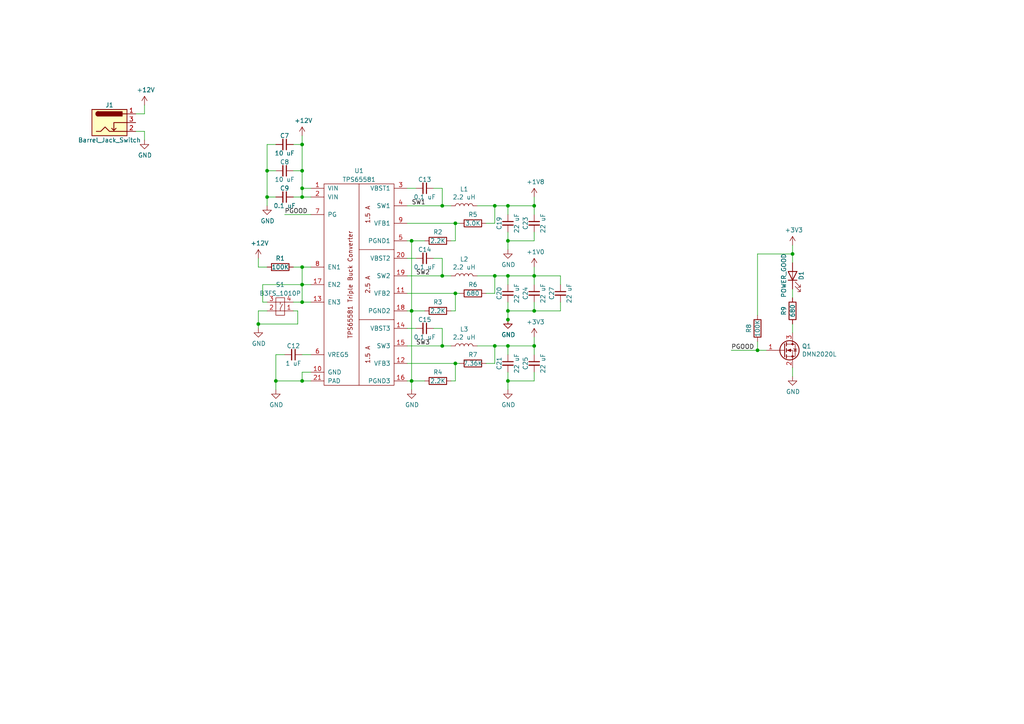
<source format=kicad_sch>
(kicad_sch (version 20230121) (generator eeschema)
  (paper "A4")
  (lib_symbols
    (symbol "Connector:Barrel_Jack_Switch" (pin_names hide)
      (property "Reference" "J" (at 0 5.334 0))
      (property "Value" "Barrel_Jack_Switch" (at 0 -5.08 0))
      (symbol "Barrel_Jack_Switch_0_1"
        (rectangle (start -5.08 3.81) (end 5.08 -3.81) (stroke (width 0.254)) (fill (type background)))
        (arc (start -3.302 3.175) (mid -3.9343 2.54) (end -3.302 1.905) (stroke (width 0.254)))
        (arc (start -3.302 3.175) (mid -3.9343 2.54) (end -3.302 1.905) (stroke (width 0.254)) (fill (type outline)))
        (polyline (pts (xy 1.27 -2.286) (xy 1.905 -1.651)) (stroke (width 0.254)))
        (polyline (pts (xy 5.08 2.54) (xy 3.81 2.54)) (stroke (width 0.254)))
        (polyline (pts (xy 5.08 0) (xy 1.27 0) (xy 1.27 -2.286) (xy 0.635 -1.651)) (stroke (width 0.254)))
        (polyline (pts (xy -3.81 -2.54) (xy -2.54 -2.54) (xy -1.27 -1.27) (xy 0 -2.54) (xy 2.54 -2.54) (xy 5.08 -2.54)) (stroke (width 0.254)))
        (rectangle (start 3.683 3.175) (end -3.302 1.905) (stroke (width 0.254)) (fill (type outline)))
      )
      (symbol "Barrel_Jack_Switch_1_1"
        (pin passive line (at 7.62 2.54 180) (length 2.54) (name "~") (number "1"))
        (pin passive line (at 7.62 -2.54 180) (length 2.54) (name "~") (number "2"))
        (pin passive line (at 7.62 0 180) (length 2.54) (name "~") (number "3"))
      )
    )
    (symbol "Device:C_Small" (pin_numbers hide) (pin_names (offset 0.254) hide)
      (property "Reference" "C" (at 0.254 1.778 0))
      (property "Value" "C_Small" (at 0.254 -2.032 0))
      (symbol "C_Small_0_1"
        (polyline (pts (xy -1.524 -0.508) (xy 1.524 -0.508)) (stroke (width 0.3302)))
        (polyline (pts (xy -1.524 0.508) (xy 1.524 0.508)) (stroke (width 0.3048)))
      )
      (symbol "C_Small_1_1"
        (pin passive line (at 0 2.54 270) (length 2.032) (name "~") (number "1"))
        (pin passive line (at 0 -2.54 90) (length 2.032) (name "~") (number "2"))
      )
    )
    (symbol "Device:L" (pin_numbers hide) (pin_names (offset 1.016) hide)
      (property "Reference" "L" (at -1.27 0 90))
      (property "Value" "L" (at 1.905 0 90))
      (symbol "L_0_1"
        (arc (start 0 -2.54) (mid 0.6323 -1.905) (end 0 -1.27))
        (arc (start 0 -1.27) (mid 0.6323 -0.635) (end 0 0))
        (arc (start 0 0) (mid 0.6323 0.635) (end 0 1.27))
        (arc (start 0 1.27) (mid 0.6323 1.905) (end 0 2.54))
      )
      (symbol "L_1_1"
        (pin passive line (at 0 3.81 270) (length 1.27) (name "1") (number "1"))
        (pin passive line (at 0 -3.81 90) (length 1.27) (name "2") (number "2"))
      )
    )
    (symbol "Device:LED" (pin_numbers hide) (pin_names (offset 1.016) hide)
      (property "Reference" "D" (at 0 2.54 0))
      (property "Value" "LED" (at 0 -2.54 0))
      (symbol "LED_0_1"
        (polyline (pts (xy -1.27 -1.27) (xy -1.27 1.27)) (stroke (width 0.254)))
        (polyline (pts (xy -1.27 0) (xy 1.27 0)))
        (polyline (pts (xy 1.27 -1.27) (xy 1.27 1.27) (xy -1.27 0) (xy 1.27 -1.27)) (stroke (width 0.254)))
        (polyline (pts (xy -3.048 -0.762) (xy -4.572 -2.286) (xy -3.81 -2.286) (xy -4.572 -2.286) (xy -4.572 -1.524)))
        (polyline (pts (xy -1.778 -0.762) (xy -3.302 -2.286) (xy -2.54 -2.286) (xy -3.302 -2.286) (xy -3.302 -1.524)))
      )
      (symbol "LED_1_1"
        (pin passive line (at -3.81 0 0) (length 2.54) (name "K") (number "1"))
        (pin passive line (at 3.81 0 180) (length 2.54) (name "A") (number "2"))
      )
    )
    (symbol "Device:Q_NMOS_GSD" (pin_names (offset 0) hide)
      (property "Reference" "Q" (at 5.08 1.27 0))
      (property "Value" "Q_NMOS_GSD" (at 5.08 -1.27 0))
      (symbol "Q_NMOS_GSD_0_1"
        (polyline (pts (xy 0.254 0) (xy -2.54 0)))
        (polyline (pts (xy 0.254 1.905) (xy 0.254 -1.905)) (stroke (width 0.254)))
        (polyline (pts (xy 0.762 -1.27) (xy 0.762 -2.286)) (stroke (width 0.254)))
        (polyline (pts (xy 0.762 0.508) (xy 0.762 -0.508)) (stroke (width 0.254)))
        (polyline (pts (xy 0.762 2.286) (xy 0.762 1.27)) (stroke (width 0.254)))
        (polyline (pts (xy 2.54 2.54) (xy 2.54 1.778)))
        (polyline (pts (xy 2.54 -2.54) (xy 2.54 0) (xy 0.762 0)))
        (polyline (pts (xy 0.762 -1.778) (xy 3.302 -1.778) (xy 3.302 1.778) (xy 0.762 1.778)))
        (polyline (pts (xy 1.016 0) (xy 2.032 0.381) (xy 2.032 -0.381) (xy 1.016 0)) (fill (type outline)))
        (polyline (pts (xy 2.794 0.508) (xy 2.921 0.381) (xy 3.683 0.381) (xy 3.81 0.254)))
        (polyline (pts (xy 3.302 0.381) (xy 2.921 -0.254) (xy 3.683 -0.254) (xy 3.302 0.381)))
        (circle (center 1.651 0) (radius 2.794) (stroke (width 0.254)))
        (circle (center 2.54 -1.778) (radius 0.254) (fill (type outline)))
        (circle (center 2.54 1.778) (radius 0.254) (fill (type outline)))
      )
      (symbol "Q_NMOS_GSD_1_1"
        (pin input line (at -5.08 0 0) (length 2.54) (name "G") (number "1"))
        (pin passive line (at 2.54 -5.08 90) (length 2.54) (name "S") (number "2"))
        (pin passive line (at 2.54 5.08 270) (length 2.54) (name "D") (number "3"))
      )
    )
    (symbol "Device:R" (pin_numbers hide) (pin_names (offset 0))
      (property "Reference" "R" (at 2.032 0 90))
      (property "Value" "R" (at 0 0 90))
      (symbol "R_0_1"
        (rectangle (start -1.016 -2.54) (end 1.016 2.54) (stroke (width 0.254)))
      )
      (symbol "R_1_1"
        (pin passive line (at 0 3.81 270) (length 1.27) (name "~") (number "1"))
        (pin passive line (at 0 -3.81 90) (length 1.27) (name "~") (number "2"))
      )
    )
    (symbol "Prof:B3FS_1010P" (pin_names (offset 1.016) hide)
      (property "Reference" "S" (at 0 3.81 0))
      (property "Value" "B3FS_1010P" (at 0 -3.81 0))
      (symbol "B3FS_1010P_0_1"
        (rectangle (start -1.27 2.54) (end 1.27 -2.54))
        (polyline (pts (xy -1.27 -1.27) (xy 1.27 -1.27)))
        (polyline (pts (xy -1.27 1.27) (xy 1.27 1.27)))
        (polyline (pts (xy 0 1.27) (xy 0 0.635)))
        (polyline (pts (xy 0 -1.27) (xy 0 -0.635) (xy 0.635 0.635)))
      )
      (symbol "B3FS_1010P_1_1"
        (pin input line (at 3.81 -1.27 180) (length 2.54) (name "1") (number "1"))
        (pin input line (at -3.81 -1.27 0) (length 2.54) (name "2") (number "2"))
        (pin input line (at -3.81 1.27 0) (length 2.54) (name "3") (number "3"))
        (pin input line (at 3.81 1.27 180) (length 2.54) (name "4") (number "4"))
      )
    )
    (symbol "Prof:TPS65581" (pin_names (offset 1.016))
      (property "Reference" "U" (at 0 30.48 0))
      (property "Value" "TPS65581" (at 0 -30.48 0))
      (symbol "TPS65581_0_0"
        (polyline (pts (xy 10.16 -10.16) (xy 0 -10.16)))
        (polyline (pts (xy 10.16 10.16) (xy 0 10.16)))
        (text "1.5 A" (at 2.54 -20.32 900) (effects (font (size 1.27 1.27))))
        (text "1.5 A" (at 2.54 20.32 900) (effects (font (size 1.27 1.27))))
        (text "2.5 A" (at 2.54 0 900) (effects (font (size 1.27 1.27))))
        (text "TPS65581 Triple Buck Converter" (at -2.54 0 900) (effects (font (size 1.27 1.27))))
      )
      (symbol "TPS65581_0_1"
        (rectangle (start -10.16 29.21) (end 10.16 -29.21))
        (polyline (pts (xy 0 29.21) (xy 0 -29.21)))
      )
      (symbol "TPS65581_1_1"
        (pin power_in line (at -13.97 27.94 0) (length 3.81) (name "VIN") (number "1"))
        (pin power_in line (at -13.97 -25.4 0) (length 3.81) (name "GND") (number "10"))
        (pin power_out line (at 13.97 -2.54 180) (length 3.81) (name "VFB2") (number "11"))
        (pin power_out line (at 13.97 -22.86 180) (length 3.81) (name "VFB3") (number "12"))
        (pin input line (at -13.97 -5.08 0) (length 3.81) (name "EN3") (number "13"))
        (pin power_out line (at 13.97 -12.7 180) (length 3.81) (name "VBST3") (number "14"))
        (pin power_out line (at 13.97 -17.78 180) (length 3.81) (name "SW3") (number "15"))
        (pin power_in line (at 13.97 -27.94 180) (length 3.81) (name "PGND3") (number "16"))
        (pin input line (at -13.97 0 0) (length 3.81) (name "EN2") (number "17"))
        (pin power_in line (at 13.97 -7.62 180) (length 3.81) (name "PGND2") (number "18"))
        (pin power_out line (at 13.97 2.54 180) (length 3.81) (name "SW2") (number "19"))
        (pin power_in line (at -13.97 25.4 0) (length 3.81) (name "VIN") (number "2"))
        (pin power_out line (at 13.97 7.62 180) (length 3.81) (name "VBST2") (number "20"))
        (pin power_in line (at -13.97 -27.94 0) (length 3.81) (name "PAD") (number "21"))
        (pin power_out line (at 13.97 27.94 180) (length 3.81) (name "VBST1") (number "3"))
        (pin power_out line (at 13.97 22.86 180) (length 3.81) (name "SW1") (number "4"))
        (pin power_in line (at 13.97 12.7 180) (length 3.81) (name "PGND1") (number "5"))
        (pin power_out line (at -13.97 -20.32 0) (length 3.81) (name "VREG5") (number "6"))
        (pin open_collector line (at -13.97 20.32 0) (length 3.81) (name "PG") (number "7"))
        (pin input line (at -13.97 5.08 0) (length 3.81) (name "EN1") (number "8"))
        (pin power_out line (at 13.97 17.78 180) (length 3.81) (name "VFB1") (number "9"))
      )
    )
    (symbol "power:+12V" (power) (pin_names (offset 0))
      (property "Value" "+12V" (at 0 3.556 0))
      (symbol "+12V_0_1"
        (polyline (pts (xy -0.762 1.27) (xy 0 2.54)))
        (polyline (pts (xy 0 0) (xy 0 2.54)))
        (polyline (pts (xy 0 2.54) (xy 0.762 1.27)))
      )
      (symbol "+12V_1_1"
        (pin power_in line (at 0 0 90) (length 0) hide (name "+12V") (number "1"))
      )
    )
    (symbol "power:+1V0" (power) (pin_names (offset 0))
      (property "Value" "+1V0" (at 0 3.556 0))
      (symbol "+1V0_0_1"
        (polyline (pts (xy -0.762 1.27) (xy 0 2.54)))
        (polyline (pts (xy 0 0) (xy 0 2.54)))
        (polyline (pts (xy 0 2.54) (xy 0.762 1.27)))
      )
      (symbol "+1V0_1_1"
        (pin power_in line (at 0 0 90) (length 0) hide (name "+1V0") (number "1"))
      )
    )
    (symbol "power:+1V8" (power) (pin_names (offset 0))
      (property "Value" "+1V8" (at 0 3.556 0))
      (symbol "+1V8_0_1"
        (polyline (pts (xy -0.762 1.27) (xy 0 2.54)))
        (polyline (pts (xy 0 0) (xy 0 2.54)))
        (polyline (pts (xy 0 2.54) (xy 0.762 1.27)))
      )
      (symbol "+1V8_1_1"
        (pin power_in line (at 0 0 90) (length 0) hide (name "+1V8") (number "1"))
      )
    )
    (symbol "power:+3V3" (power) (pin_names (offset 0))
      (property "Value" "+3V3" (at 0 3.556 0))
      (symbol "+3V3_0_1"
        (polyline (pts (xy -0.762 1.27) (xy 0 2.54)))
        (polyline (pts (xy 0 0) (xy 0 2.54)))
        (polyline (pts (xy 0 2.54) (xy 0.762 1.27)))
      )
      (symbol "+3V3_1_1"
        (pin power_in line (at 0 0 90) (length 0) hide (name "+3V3") (number "1"))
      )
    )
    (symbol "power:GND" (power) (pin_names (offset 0))
      (property "Value" "GND" (at 0 -3.81 0))
      (symbol "GND_0_1"
        (polyline (pts (xy 0 0) (xy 0 -1.27) (xy 1.27 -1.27) (xy 0 -2.54) (xy -1.27 -1.27) (xy 0 -1.27)))
      )
      (symbol "GND_1_1"
        (pin power_in line (at 0 0 270) (length 0) hide (name "GND") (number "1"))
      )
    )
  )
  (junction (at 128.27 80.01))
  (junction (at 87.63 41.91))
  (junction (at 80.01 110.49))
  (junction (at 143.51 80.01))
  (junction (at 77.47 57.15))
  (junction (at 147.32 59.69))
  (junction (at 119.38 69.85))
  (junction (at 119.38 90.17))
  (junction (at 128.27 100.33))
  (junction (at 143.51 100.33))
  (junction (at 87.63 87.63))
  (junction (at 147.32 92.71))
  (junction (at 87.63 82.55))
  (junction (at 229.87 73.66))
  (junction (at 119.38 110.49))
  (junction (at 147.32 69.85))
  (junction (at 154.94 90.17))
  (junction (at 77.47 49.53))
  (junction (at 147.32 100.33))
  (junction (at 143.51 59.69))
  (junction (at 219.71 101.6))
  (junction (at 128.27 59.69))
  (junction (at 132.08 64.77))
  (junction (at 87.63 57.15))
  (junction (at 74.93 93.98))
  (junction (at 147.32 90.17))
  (junction (at 87.63 54.61))
  (junction (at 132.08 105.41))
  (junction (at 132.08 85.09))
  (junction (at 147.32 80.01))
  (junction (at 154.94 100.33))
  (junction (at 147.32 110.49))
  (junction (at 87.63 49.53))
  (junction (at 154.94 59.69))
  (junction (at 154.94 80.01))
  (junction (at 87.63 110.49))
  (junction (at 87.63 77.47))
  (wire (pts (xy 130.81 69.85) (xy 132.08 69.85)))
  (wire (pts (xy 87.63 57.15) (xy 87.63 54.61)))
  (wire (pts (xy 87.63 54.61) (xy 87.63 49.53)))
  (wire (pts (xy 87.63 82.55) (xy 87.63 77.47)))
  (wire (pts (xy 143.51 100.33) (xy 138.43 100.33)))
  (wire (pts (xy 86.36 93.98) (xy 74.93 93.98)))
  (wire (pts (xy 147.32 87.63) (xy 147.32 90.17)))
  (wire (pts (xy 147.32 59.69) (xy 143.51 59.69)))
  (wire (pts (xy 74.93 90.17) (xy 74.93 93.98)))
  (wire (pts (xy 125.73 74.93) (xy 128.27 74.93)))
  (wire (pts (xy 143.51 105.41) (xy 143.51 100.33)))
  (wire (pts (xy 212.09 101.6) (xy 219.71 101.6)))
  (wire (pts (xy 119.38 69.85) (xy 123.19 69.85)))
  (wire (pts (xy 80.01 57.15) (xy 77.47 57.15)))
  (wire (pts (xy 80.01 102.87) (xy 80.01 110.49)))
  (wire (pts (xy 143.51 80.01) (xy 138.43 80.01)))
  (wire (pts (xy 154.94 110.49) (xy 147.32 110.49)))
  (wire (pts (xy 229.87 73.66) (xy 219.71 73.66)))
  (wire (pts (xy 154.94 57.15) (xy 154.94 59.69)))
  (wire (pts (xy 132.08 105.41) (xy 118.11 105.41)))
  (wire (pts (xy 90.17 82.55) (xy 87.63 82.55)))
  (wire (pts (xy 130.81 90.17) (xy 132.08 90.17)))
  (wire (pts (xy 128.27 95.25) (xy 128.27 100.33)))
  (wire (pts (xy 41.91 40.64) (xy 41.91 38.1)))
  (wire (pts (xy 90.17 110.49) (xy 87.63 110.49)))
  (wire (pts (xy 41.91 33.02) (xy 39.37 33.02)))
  (wire (pts (xy 130.81 110.49) (xy 132.08 110.49)))
  (wire (pts (xy 77.47 87.63) (xy 76.2 87.63)))
  (wire (pts (xy 147.32 110.49) (xy 147.32 113.03)))
  (wire (pts (xy 147.32 100.33) (xy 143.51 100.33)))
  (wire (pts (xy 90.17 77.47) (xy 87.63 77.47)))
  (wire (pts (xy 132.08 110.49) (xy 132.08 105.41)))
  (wire (pts (xy 229.87 73.66) (xy 229.87 76.2)))
  (wire (pts (xy 130.81 80.01) (xy 128.27 80.01)))
  (wire (pts (xy 86.36 90.17) (xy 86.36 93.98)))
  (wire (pts (xy 87.63 110.49) (xy 80.01 110.49)))
  (wire (pts (xy 143.51 85.09) (xy 143.51 80.01)))
  (wire (pts (xy 154.94 59.69) (xy 147.32 59.69)))
  (wire (pts (xy 154.94 87.63) (xy 154.94 90.17)))
  (wire (pts (xy 80.01 41.91) (xy 77.47 41.91)))
  (wire (pts (xy 87.63 41.91) (xy 85.09 41.91)))
  (wire (pts (xy 132.08 90.17) (xy 132.08 85.09)))
  (wire (pts (xy 154.94 67.31) (xy 154.94 69.85)))
  (wire (pts (xy 133.35 105.41) (xy 132.08 105.41)))
  (wire (pts (xy 120.65 74.93) (xy 118.11 74.93)))
  (wire (pts (xy 147.32 107.95) (xy 147.32 110.49)))
  (wire (pts (xy 133.35 64.77) (xy 132.08 64.77)))
  (wire (pts (xy 82.55 62.23) (xy 90.17 62.23)))
  (wire (pts (xy 132.08 69.85) (xy 132.08 64.77)))
  (wire (pts (xy 120.65 95.25) (xy 118.11 95.25)))
  (wire (pts (xy 118.11 69.85) (xy 119.38 69.85)))
  (wire (pts (xy 90.17 54.61) (xy 87.63 54.61)))
  (wire (pts (xy 154.94 100.33) (xy 154.94 97.79)))
  (wire (pts (xy 77.47 57.15) (xy 77.47 59.69)))
  (wire (pts (xy 162.56 80.01) (xy 154.94 80.01)))
  (wire (pts (xy 140.97 85.09) (xy 143.51 85.09)))
  (wire (pts (xy 80.01 102.87) (xy 82.55 102.87)))
  (wire (pts (xy 154.94 107.95) (xy 154.94 110.49)))
  (wire (pts (xy 87.63 77.47) (xy 85.09 77.47)))
  (wire (pts (xy 133.35 85.09) (xy 132.08 85.09)))
  (wire (pts (xy 87.63 57.15) (xy 85.09 57.15)))
  (wire (pts (xy 128.27 59.69) (xy 118.11 59.69)))
  (wire (pts (xy 128.27 54.61) (xy 128.27 59.69)))
  (wire (pts (xy 229.87 71.12) (xy 229.87 73.66)))
  (wire (pts (xy 154.94 82.55) (xy 154.94 80.01)))
  (wire (pts (xy 77.47 41.91) (xy 77.47 49.53)))
  (wire (pts (xy 128.27 74.93) (xy 128.27 80.01)))
  (wire (pts (xy 147.32 82.55) (xy 147.32 80.01)))
  (wire (pts (xy 119.38 110.49) (xy 119.38 90.17)))
  (wire (pts (xy 130.81 100.33) (xy 128.27 100.33)))
  (wire (pts (xy 87.63 87.63) (xy 85.09 87.63)))
  (wire (pts (xy 229.87 83.82) (xy 229.87 86.36)))
  (wire (pts (xy 87.63 87.63) (xy 87.63 82.55)))
  (wire (pts (xy 154.94 90.17) (xy 162.56 90.17)))
  (wire (pts (xy 154.94 69.85) (xy 147.32 69.85)))
  (wire (pts (xy 132.08 85.09) (xy 118.11 85.09)))
  (wire (pts (xy 143.51 59.69) (xy 138.43 59.69)))
  (wire (pts (xy 41.91 30.48) (xy 41.91 33.02)))
  (wire (pts (xy 154.94 80.01) (xy 147.32 80.01)))
  (wire (pts (xy 154.94 100.33) (xy 147.32 100.33)))
  (wire (pts (xy 229.87 93.98) (xy 229.87 96.52)))
  (wire (pts (xy 74.93 93.98) (xy 74.93 95.25)))
  (wire (pts (xy 147.32 67.31) (xy 147.32 69.85)))
  (wire (pts (xy 77.47 77.47) (xy 74.93 77.47)))
  (wire (pts (xy 90.17 87.63) (xy 87.63 87.63)))
  (wire (pts (xy 147.32 69.85) (xy 147.32 72.39)))
  (wire (pts (xy 147.32 90.17) (xy 147.32 92.71)))
  (wire (pts (xy 77.47 49.53) (xy 77.47 57.15)))
  (wire (pts (xy 154.94 90.17) (xy 147.32 90.17)))
  (wire (pts (xy 119.38 110.49) (xy 123.19 110.49)))
  (wire (pts (xy 76.2 87.63) (xy 76.2 82.55)))
  (wire (pts (xy 87.63 49.53) (xy 87.63 41.91)))
  (wire (pts (xy 87.63 107.95) (xy 87.63 110.49)))
  (wire (pts (xy 80.01 110.49) (xy 80.01 113.03)))
  (wire (pts (xy 118.11 90.17) (xy 119.38 90.17)))
  (wire (pts (xy 143.51 64.77) (xy 143.51 59.69)))
  (wire (pts (xy 87.63 39.37) (xy 87.63 41.91)))
  (wire (pts (xy 162.56 90.17) (xy 162.56 87.63)))
  (wire (pts (xy 119.38 90.17) (xy 119.38 69.85)))
  (wire (pts (xy 90.17 107.95) (xy 87.63 107.95)))
  (wire (pts (xy 90.17 57.15) (xy 87.63 57.15)))
  (wire (pts (xy 74.93 77.47) (xy 74.93 74.93)))
  (wire (pts (xy 154.94 62.23) (xy 154.94 59.69)))
  (wire (pts (xy 87.63 49.53) (xy 85.09 49.53)))
  (wire (pts (xy 118.11 54.61) (xy 120.65 54.61)))
  (wire (pts (xy 147.32 62.23) (xy 147.32 59.69)))
  (wire (pts (xy 128.27 100.33) (xy 118.11 100.33)))
  (wire (pts (xy 219.71 73.66) (xy 219.71 91.44)))
  (wire (pts (xy 132.08 64.77) (xy 118.11 64.77)))
  (wire (pts (xy 162.56 82.55) (xy 162.56 80.01)))
  (wire (pts (xy 219.71 99.06) (xy 219.71 101.6)))
  (wire (pts (xy 147.32 80.01) (xy 143.51 80.01)))
  (wire (pts (xy 80.01 49.53) (xy 77.47 49.53)))
  (wire (pts (xy 219.71 101.6) (xy 222.25 101.6)))
  (wire (pts (xy 119.38 113.03) (xy 119.38 110.49)))
  (wire (pts (xy 125.73 95.25) (xy 128.27 95.25)))
  (wire (pts (xy 76.2 82.55) (xy 87.63 82.55)))
  (wire (pts (xy 140.97 105.41) (xy 143.51 105.41)))
  (wire (pts (xy 118.11 110.49) (xy 119.38 110.49)))
  (wire (pts (xy 140.97 64.77) (xy 143.51 64.77)))
  (wire (pts (xy 125.73 54.61) (xy 128.27 54.61)))
  (wire (pts (xy 85.09 90.17) (xy 86.36 90.17)))
  (wire (pts (xy 90.17 102.87) (xy 87.63 102.87)))
  (wire (pts (xy 41.91 38.1) (xy 39.37 38.1)))
  (wire (pts (xy 229.87 109.22) (xy 229.87 106.68)))
  (wire (pts (xy 147.32 102.87) (xy 147.32 100.33)))
  (wire (pts (xy 77.47 90.17) (xy 74.93 90.17)))
  (wire (pts (xy 154.94 77.47) (xy 154.94 80.01)))
  (wire (pts (xy 119.38 90.17) (xy 123.19 90.17)))
  (wire (pts (xy 128.27 80.01) (xy 118.11 80.01)))
  (wire (pts (xy 130.81 59.69) (xy 128.27 59.69)))
  (wire (pts (xy 154.94 102.87) (xy 154.94 100.33)))
  (label "SW1" (at 119.38 59.69 0))
  (label "SW2" (at 120.65 80.01 0))
  (label "PGOOD" (at 212.09 101.6 0))
  (label "SW3" (at 120.65 100.33 0))
  (label "PGOOD" (at 82.55 62.23 0))
  (symbol (lib_id "Connector:Barrel_Jack_Switch") (at 31.75 35.56 0) (unit 1)
    (property "Reference" "J1" (at 31.75 30.48 0))
    (property "Value" "Barrel_Jack_Switch" (at 31.75 40.64 0))
    (property "Footprint" "Prof:PJ_102B" (effects hide))
  )
  (symbol (lib_id "Device:C_Small") (at 82.55 41.91 270) (unit 1)
    (property "Reference" "C7" (at 82.55 39.37 90))
    (property "Value" "10 uF" (at 82.55 44.45 90))
    (property "Footprint" "Capacitor_SMD:C_0805_2012Metric" (effects hide))
  )
  (symbol (lib_id "Device:C_Small") (at 82.55 49.53 270) (unit 1)
    (property "Reference" "C8" (at 82.55 46.99 90))
    (property "Value" "10 uF" (at 82.55 52.07 90))
    (property "Footprint" "Capacitor_SMD:C_0805_2012Metric" (effects hide))
  )
  (symbol (lib_id "Device:C_Small") (at 82.55 57.15 270) (unit 1)
    (property "Reference" "C9" (at 82.55 54.61 90))
    (property "Value" "0.1 uF" (at 82.55 59.69 90))
    (property "Footprint" "Capacitor_SMD:C_0402_1005Metric" (effects hide))
  )
  (symbol (lib_id "power:GND") (at 41.91 40.64 0) (unit 1)
    (property "Reference" "#PWR04" (effects hide))
    (property "Value" "GND" (at 42.037 45.0342 0))
  )
  (symbol (lib_id "power:GND") (at 77.47 59.69 0) (unit 1)
    (property "Reference" "#PWR09" (effects hide))
    (property "Value" "GND" (at 77.597 64.0842 0))
  )
  (symbol (lib_id "Device:C_Small") (at 85.09 102.87 270) (unit 1)
    (property "Reference" "C12" (at 85.09 100.33 90))
    (property "Value" "1 uF" (at 85.09 105.41 90))
    (property "Footprint" "Capacitor_SMD:C_0402_1005Metric" (effects hide))
  )
  (symbol (lib_id "power:GND") (at 80.01 113.03 0) (unit 1)
    (property "Reference" "#PWR010" (effects hide))
    (property "Value" "GND" (at 80.137 117.4242 0))
  )
  (symbol (lib_id "power:+12V") (at 41.91 30.48 0) (unit 1)
    (property "Reference" "#PWR03" (effects hide))
    (property "Value" "+12V" (at 42.291 26.0858 0))
  )
  (symbol (lib_id "Device:C_Small") (at 123.19 54.61 270) (unit 1)
    (property "Reference" "C13" (at 123.19 52.07 90))
    (property "Value" "0.1 uF" (at 123.19 57.15 90))
    (property "Footprint" "Capacitor_SMD:C_0402_1005Metric" (effects hide))
  )
  (symbol (lib_id "Device:L") (at 134.62 59.69 90) (unit 1)
    (property "Reference" "L1" (at 134.62 54.864 90))
    (property "Value" "2.2 uH" (at 134.62 57.1754 90))
    (property "Footprint" "Inductor_SMD:L_Taiyo-Yuden_NR-50xx_HandSoldering" (effects hide))
  )
  (symbol (lib_id "Device:R") (at 81.28 77.47 270) (unit 1)
    (property "Reference" "R1" (at 81.28 74.93 90))
    (property "Value" "100K" (at 81.28 77.47 90))
    (property "Footprint" "Resistor_SMD:R_0805_2012Metric_Pad1.20x1.40mm_HandSolder" (effects hide))
  )
  (symbol (lib_id "Device:R") (at 137.16 64.77 270) (unit 1)
    (property "Reference" "R5" (at 137.16 62.23 90))
    (property "Value" "3.0K" (at 137.16 64.77 90))
    (property "Footprint" "Resistor_SMD:R_0805_2012Metric_Pad1.20x1.40mm_HandSolder" (effects hide))
  )
  (symbol (lib_id "power:GND") (at 119.38 113.03 0) (unit 1)
    (property "Reference" "#PWR011" (effects hide))
    (property "Value" "GND" (at 119.507 117.4242 0))
  )
  (symbol (lib_id "Device:R") (at 127 69.85 270) (unit 1)
    (property "Reference" "R2" (at 127 67.31 90))
    (property "Value" "2.2K" (at 127 69.85 90))
    (property "Footprint" "Resistor_SMD:R_0805_2012Metric_Pad1.20x1.40mm_HandSolder" (effects hide))
  )
  (symbol (lib_id "Device:C_Small") (at 147.32 64.77 0) (unit 1)
    (property "Reference" "C19" (at 144.78 64.77 90))
    (property "Value" "22 uF" (at 149.86 64.77 90))
    (property "Footprint" "Capacitor_SMD:C_0805_2012Metric" (effects hide))
  )
  (symbol (lib_id "Device:C_Small") (at 154.94 64.77 0) (unit 1)
    (property "Reference" "C23" (at 152.4 64.77 90))
    (property "Value" "22 uF" (at 157.48 64.77 90))
    (property "Footprint" "Capacitor_SMD:C_0805_2012Metric" (effects hide))
  )
  (symbol (lib_id "power:GND") (at 147.32 72.39 0) (unit 1)
    (property "Reference" "#PWR014" (effects hide))
    (property "Value" "GND" (at 147.447 76.7842 0))
  )
  (symbol (lib_id "Device:C_Small") (at 123.19 74.93 270) (unit 1)
    (property "Reference" "C14" (at 123.19 72.39 90))
    (property "Value" "0.1 uF" (at 123.19 77.47 90))
    (property "Footprint" "Capacitor_SMD:C_0402_1005Metric" (effects hide))
  )
  (symbol (lib_id "Device:L") (at 134.62 80.01 90) (unit 1)
    (property "Reference" "L2" (at 134.62 75.184 90))
    (property "Value" "2.2 uH" (at 134.62 77.4954 90))
    (property "Footprint" "Inductor_SMD:L_Taiyo-Yuden_NR-50xx_HandSoldering" (effects hide))
  )
  (symbol (lib_id "Device:R") (at 137.16 85.09 270) (unit 1)
    (property "Reference" "R6" (at 137.16 82.55 90))
    (property "Value" "680" (at 137.16 85.09 90))
    (property "Footprint" "Resistor_SMD:R_0805_2012Metric_Pad1.20x1.40mm_HandSolder" (effects hide))
  )
  (symbol (lib_id "Device:R") (at 127 90.17 270) (unit 1)
    (property "Reference" "R3" (at 127 87.63 90))
    (property "Value" "2.2K" (at 127 90.17 90))
    (property "Footprint" "Resistor_SMD:R_0805_2012Metric_Pad1.20x1.40mm_HandSolder" (effects hide))
  )
  (symbol (lib_id "Device:C_Small") (at 147.32 85.09 0) (unit 1)
    (property "Reference" "C20" (at 144.78 85.09 90))
    (property "Value" "22 uF" (at 149.86 85.09 90))
    (property "Footprint" "Capacitor_SMD:C_0805_2012Metric" (effects hide))
  )
  (symbol (lib_id "Device:C_Small") (at 154.94 85.09 0) (unit 1)
    (property "Reference" "C24" (at 152.4 85.09 90))
    (property "Value" "22 uF" (at 157.48 85.09 90))
    (property "Footprint" "Capacitor_SMD:C_0805_2012Metric" (effects hide))
  )
  (symbol (lib_id "power:GND") (at 147.32 92.71 0) (unit 1)
    (property "Reference" "#PWR015" (effects hide))
    (property "Value" "GND" (at 147.447 97.1042 0))
  )
  (symbol (lib_id "power:+12V") (at 74.93 74.93 0) (unit 1)
    (property "Reference" "#PWR07" (effects hide))
    (property "Value" "+12V" (at 75.311 70.5358 0))
  )
  (symbol (lib_id "Device:Q_NMOS_GSD") (at 227.33 101.6 0) (unit 1)
    (property "Reference" "Q1" (at 232.5624 100.4316 0) (effects (justify left)))
    (property "Value" "DMN2020L" (at 232.5624 102.743 0) (effects (justify left)))
    (property "Footprint" "Package_TO_SOT_SMD:SOT-23" (effects hide))
  )
  (symbol (lib_id "Device:R") (at 219.71 95.25 180) (unit 1)
    (property "Reference" "R8" (at 217.17 95.25 90))
    (property "Value" "100K" (at 219.71 95.25 90))
    (property "Footprint" "Resistor_SMD:R_0805_2012Metric_Pad1.20x1.40mm_HandSolder" (effects hide))
  )
  (symbol (lib_id "Device:R") (at 229.87 90.17 180) (unit 1)
    (property "Reference" "R9" (at 227.33 90.17 90))
    (property "Value" "680" (at 229.87 90.17 90))
    (property "Footprint" "Resistor_SMD:R_0805_2012Metric_Pad1.20x1.40mm_HandSolder" (effects hide))
  )
  (symbol (lib_id "power:+3V3") (at 229.87 71.12 0) (unit 1)
    (property "Reference" "#PWR023" (effects hide))
    (property "Value" "+3V3" (at 230.251 66.7258 0))
  )
  (symbol (lib_id "power:GND") (at 147.32 92.71 0) (unit 1)
    (property "Reference" "#PWR016" (effects hide))
    (property "Value" "GND" (at 147.447 97.1042 0))
  )
  (symbol (lib_id "Device:C_Small") (at 123.19 95.25 270) (unit 1)
    (property "Reference" "C15" (at 123.19 92.71 90))
    (property "Value" "0.1 uF" (at 123.19 97.79 90))
    (property "Footprint" "Capacitor_SMD:C_0402_1005Metric" (effects hide))
  )
  (symbol (lib_id "Device:L") (at 134.62 100.33 90) (unit 1)
    (property "Reference" "L3" (at 134.62 95.504 90))
    (property "Value" "2.2 uH" (at 134.62 97.8154 90))
    (property "Footprint" "Inductor_SMD:L_Taiyo-Yuden_NR-50xx_HandSoldering" (effects hide))
  )
  (symbol (lib_id "Device:R") (at 137.16 105.41 270) (unit 1)
    (property "Reference" "R7" (at 137.16 102.87 90))
    (property "Value" "7.36K" (at 137.16 105.41 90))
    (property "Footprint" "Resistor_SMD:R_0805_2012Metric_Pad1.20x1.40mm_HandSolder" (effects hide))
  )
  (symbol (lib_id "Device:R") (at 127 110.49 270) (unit 1)
    (property "Reference" "R4" (at 127 107.95 90))
    (property "Value" "2.2K" (at 127 110.49 90))
    (property "Footprint" "Resistor_SMD:R_0805_2012Metric_Pad1.20x1.40mm_HandSolder" (effects hide))
  )
  (symbol (lib_id "Device:C_Small") (at 147.32 105.41 0) (unit 1)
    (property "Reference" "C21" (at 144.78 105.41 90))
    (property "Value" "22 uF" (at 149.86 105.41 90))
    (property "Footprint" "Capacitor_SMD:C_0805_2012Metric" (effects hide))
  )
  (symbol (lib_id "Device:C_Small") (at 154.94 105.41 0) (unit 1)
    (property "Reference" "C25" (at 152.4 105.41 90))
    (property "Value" "22 uF" (at 157.48 105.41 90))
    (property "Footprint" "Capacitor_SMD:C_0805_2012Metric" (effects hide))
  )
  (symbol (lib_id "power:GND") (at 147.32 113.03 0) (unit 1)
    (property "Reference" "#PWR017" (effects hide))
    (property "Value" "GND" (at 147.447 117.4242 0))
  )
  (symbol (lib_id "power:GND") (at 74.93 95.25 0) (unit 1)
    (property "Reference" "#PWR08" (effects hide))
    (property "Value" "GND" (at 75.057 99.6442 0))
  )
  (symbol (lib_id "power:+1V0") (at 154.94 77.47 0) (unit 1)
    (property "Reference" "#PWR019" (effects hide))
    (property "Value" "+1V0" (at 155.321 73.0758 0))
  )
  (symbol (lib_id "power:+1V8") (at 154.94 57.15 0) (unit 1)
    (property "Reference" "#PWR018" (effects hide))
    (property "Value" "+1V8" (at 155.321 52.7558 0))
  )
  (symbol (lib_id "power:+3V3") (at 154.94 97.79 0) (unit 1)
    (property "Reference" "#PWR020" (effects hide))
    (property "Value" "+3V3" (at 155.321 93.3958 0))
  )
  (symbol (lib_id "Device:C_Small") (at 162.56 85.09 0) (unit 1)
    (property "Reference" "C27" (at 160.02 85.09 90))
    (property "Value" "22 uF" (at 165.1 85.09 90))
    (property "Footprint" "Capacitor_SMD:C_0805_2012Metric" (effects hide))
  )
  (symbol (lib_id "power:GND") (at 229.87 109.22 0) (unit 1)
    (property "Reference" "#PWR024" (effects hide))
    (property "Value" "GND" (at 229.997 113.6142 0))
  )
  (symbol (lib_id "Device:LED") (at 229.87 80.01 90) (unit 1)
    (property "Reference" "D1" (at 232.41 81.28 0) (effects (justify left)))
    (property "Value" "POWER_GOOD" (at 227.33 86.36 0) (effects (justify left)))
    (property "Footprint" "LED_SMD:LED_0805_2012Metric" (effects hide))
  )
  (symbol (lib_id "power:+12V") (at 87.63 39.37 0) (unit 1)
    (property "Reference" "#PWR0119" (effects hide))
    (property "Value" "+12V" (at 88.011 34.9758 0))
  )
  (symbol (lib_id "Prof:B3FS_1010P") (at 81.28 88.9 0) (unit 1)
    (property "Reference" "S1" (at 81.28 82.55 0))
    (property "Value" "B3FS_1010P" (at 81.28 85.09 0))
    (property "Footprint" "Prof:B3FS_1010P" (effects hide))
  )
  (symbol (lib_id "Prof:TPS65581") (at 104.14 82.55 0) (unit 1)
    (property "Reference" "U1" (at 104.14 49.53 0))
    (property "Value" "TPS65581" (at 104.14 52.07 0))
    (property "Footprint" "TPS:PWP20_2P4X3P4_TEX" (effects hide))
  )
)
</source>
